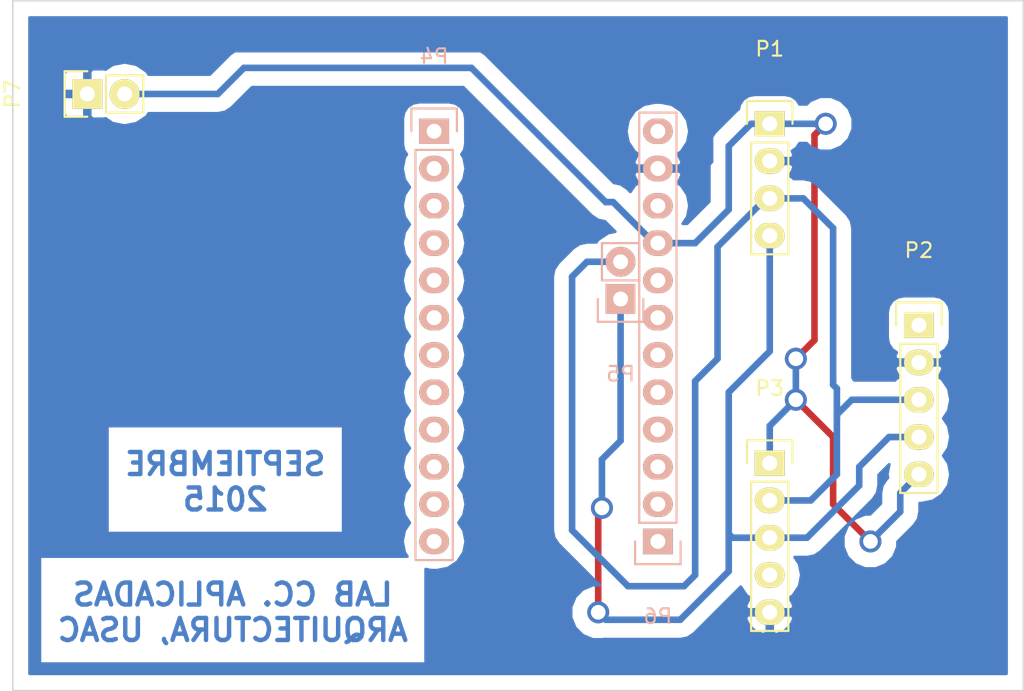
<source format=kicad_pcb>
(kicad_pcb (version 4) (host pcbnew "(after 2015-mar-04 BZR unknown)-product")

  (general
    (links 14)
    (no_connects 0)
    (area 20.523999 15.443999 89.458001 62.534001)
    (thickness 1.6)
    (drawings 6)
    (tracks 101)
    (zones 0)
    (modules 7)
    (nets 5)
  )

  (page A4)
  (layers
    (0 F.Cu mixed)
    (31 B.Cu mixed)
    (32 B.Adhes user)
    (33 F.Adhes user)
    (34 B.Paste user)
    (35 F.Paste user)
    (36 B.SilkS user)
    (37 F.SilkS user)
    (38 B.Mask user)
    (39 F.Mask user)
    (40 Dwgs.User user)
    (41 Cmts.User user)
    (42 Eco1.User user)
    (43 Eco2.User user)
    (44 Edge.Cuts user)
    (45 Margin user)
    (46 B.CrtYd user)
    (47 F.CrtYd user)
    (48 B.Fab user)
    (49 F.Fab user)
  )

  (setup
    (last_trace_width 0.45)
    (user_trace_width 0.45)
    (user_trace_width 0.7)
    (user_trace_width 0.8)
    (trace_clearance 0.2)
    (zone_clearance 1)
    (zone_45_only no)
    (trace_min 0.2)
    (segment_width 0.2)
    (edge_width 0.1)
    (via_size 0.6)
    (via_drill 0.4)
    (via_min_size 0.4)
    (via_min_drill 0.3)
    (user_via 0.8 0.4)
    (user_via 1.5 1)
    (user_via 2.5 0.9)
    (uvia_size 0.3)
    (uvia_drill 0.1)
    (uvias_allowed no)
    (uvia_min_size 0.2)
    (uvia_min_drill 0.1)
    (pcb_text_width 0.3)
    (pcb_text_size 1.5 1.5)
    (mod_edge_width 0.15)
    (mod_text_size 1 1)
    (mod_text_width 0.15)
    (pad_size 1.5 1.5)
    (pad_drill 0.6)
    (pad_to_mask_clearance 0)
    (aux_axis_origin 0 0)
    (visible_elements 7FFFFFFF)
    (pcbplotparams
      (layerselection 0x00030_80000001)
      (usegerberextensions false)
      (excludeedgelayer true)
      (linewidth 0.100000)
      (plotframeref false)
      (viasonmask false)
      (mode 1)
      (useauxorigin false)
      (hpglpennumber 1)
      (hpglpenspeed 20)
      (hpglpendiameter 15)
      (hpglpenoverlay 2)
      (psnegative false)
      (psa4output false)
      (plotreference true)
      (plotvalue true)
      (plotinvisibletext false)
      (padsonsilk false)
      (subtractmaskfromsilk false)
      (outputformat 1)
      (mirror false)
      (drillshape 1)
      (scaleselection 1)
      (outputdirectory ""))
  )

  (net 0 "")
  (net 1 VCC)
  (net 2 GND)
  (net 3 /SCL)
  (net 4 /SDA)

  (net_class Default "This is the default net class."
    (clearance 0.2)
    (trace_width 0.25)
    (via_dia 0.6)
    (via_drill 0.4)
    (uvia_dia 0.3)
    (uvia_drill 0.1)
  )

  (net_class Ivan ""
    (clearance 0.254)
    (trace_width 0.3)
    (via_dia 0.9)
    (via_drill 0.4)
    (uvia_dia 0.3)
    (uvia_drill 0.1)
    (add_net /SCL)
    (add_net /SDA)
    (add_net GND)
    (add_net VCC)
  )

  (module Pin_Headers:Pin_Header_Straight_1x04 (layer F.Cu) (tedit 0) (tstamp 55E77B7E)
    (at 72.136 23.876)
    (descr "Through hole pin header")
    (tags "pin header")
    (path /55DCE6D6)
    (fp_text reference P1 (at 0 -5.1) (layer F.SilkS)
      (effects (font (size 1 1) (thickness 0.15)))
    )
    (fp_text value "OLED DISPLAY" (at 0 -3.1) (layer F.Fab)
      (effects (font (size 1 1) (thickness 0.15)))
    )
    (fp_line (start -1.75 -1.75) (end -1.75 9.4) (layer F.CrtYd) (width 0.05))
    (fp_line (start 1.75 -1.75) (end 1.75 9.4) (layer F.CrtYd) (width 0.05))
    (fp_line (start -1.75 -1.75) (end 1.75 -1.75) (layer F.CrtYd) (width 0.05))
    (fp_line (start -1.75 9.4) (end 1.75 9.4) (layer F.CrtYd) (width 0.05))
    (fp_line (start -1.27 1.27) (end -1.27 8.89) (layer F.SilkS) (width 0.15))
    (fp_line (start 1.27 1.27) (end 1.27 8.89) (layer F.SilkS) (width 0.15))
    (fp_line (start 1.55 -1.55) (end 1.55 0) (layer F.SilkS) (width 0.15))
    (fp_line (start -1.27 8.89) (end 1.27 8.89) (layer F.SilkS) (width 0.15))
    (fp_line (start 1.27 1.27) (end -1.27 1.27) (layer F.SilkS) (width 0.15))
    (fp_line (start -1.55 0) (end -1.55 -1.55) (layer F.SilkS) (width 0.15))
    (fp_line (start -1.55 -1.55) (end 1.55 -1.55) (layer F.SilkS) (width 0.15))
    (pad 1 thru_hole rect (at 0 0) (size 2.032 1.7272) (drill 1.016) (layers *.Cu *.Mask F.SilkS)
      (net 1 VCC))
    (pad 2 thru_hole oval (at 0 2.54) (size 2.032 1.7272) (drill 1.016) (layers *.Cu *.Mask F.SilkS)
      (net 2 GND))
    (pad 3 thru_hole oval (at 0 5.08) (size 2.032 1.7272) (drill 1.016) (layers *.Cu *.Mask F.SilkS)
      (net 3 /SCL))
    (pad 4 thru_hole oval (at 0 7.62) (size 2.032 1.7272) (drill 1.016) (layers *.Cu *.Mask F.SilkS)
      (net 4 /SDA))
    (model Pin_Headers.3dshapes/Pin_Header_Straight_1x04.wrl
      (at (xyz 0 -0.15 0))
      (scale (xyz 1 1 1))
      (rotate (xyz 0 0 90))
    )
  )

  (module Pin_Headers:Pin_Header_Straight_1x05 (layer F.Cu) (tedit 54EA0684) (tstamp 55E77B87)
    (at 82.296 37.592)
    (descr "Through hole pin header")
    (tags "pin header")
    (path /55DCE7A5)
    (fp_text reference P2 (at 0 -5.1) (layer F.SilkS)
      (effects (font (size 1 1) (thickness 0.15)))
    )
    (fp_text value "BMP 180" (at 0 -3.1) (layer F.Fab)
      (effects (font (size 1 1) (thickness 0.15)))
    )
    (fp_line (start -1.55 0) (end -1.55 -1.55) (layer F.SilkS) (width 0.15))
    (fp_line (start -1.55 -1.55) (end 1.55 -1.55) (layer F.SilkS) (width 0.15))
    (fp_line (start 1.55 -1.55) (end 1.55 0) (layer F.SilkS) (width 0.15))
    (fp_line (start -1.75 -1.75) (end -1.75 11.95) (layer F.CrtYd) (width 0.05))
    (fp_line (start 1.75 -1.75) (end 1.75 11.95) (layer F.CrtYd) (width 0.05))
    (fp_line (start -1.75 -1.75) (end 1.75 -1.75) (layer F.CrtYd) (width 0.05))
    (fp_line (start -1.75 11.95) (end 1.75 11.95) (layer F.CrtYd) (width 0.05))
    (fp_line (start 1.27 1.27) (end 1.27 11.43) (layer F.SilkS) (width 0.15))
    (fp_line (start 1.27 11.43) (end -1.27 11.43) (layer F.SilkS) (width 0.15))
    (fp_line (start -1.27 11.43) (end -1.27 1.27) (layer F.SilkS) (width 0.15))
    (fp_line (start 1.27 1.27) (end -1.27 1.27) (layer F.SilkS) (width 0.15))
    (pad 1 thru_hole rect (at 0 0) (size 2.032 1.7272) (drill 1.016) (layers *.Cu *.Mask F.SilkS))
    (pad 2 thru_hole oval (at 0 2.54) (size 2.032 1.7272) (drill 1.016) (layers *.Cu *.Mask F.SilkS)
      (net 2 GND))
    (pad 3 thru_hole oval (at 0 5.08) (size 2.032 1.7272) (drill 1.016) (layers *.Cu *.Mask F.SilkS)
      (net 3 /SCL))
    (pad 4 thru_hole oval (at 0 7.62) (size 2.032 1.7272) (drill 1.016) (layers *.Cu *.Mask F.SilkS)
      (net 4 /SDA))
    (pad 5 thru_hole oval (at 0 10.16) (size 2.032 1.7272) (drill 1.016) (layers *.Cu *.Mask F.SilkS)
      (net 1 VCC))
    (model Pin_Headers.3dshapes/Pin_Header_Straight_1x05.wrl
      (at (xyz 0 -0.2 0))
      (scale (xyz 1 1 1))
      (rotate (xyz 0 0 90))
    )
  )

  (module Pin_Headers:Pin_Header_Straight_1x05 (layer F.Cu) (tedit 54EA0684) (tstamp 55E77B90)
    (at 72.136 46.99)
    (descr "Through hole pin header")
    (tags "pin header")
    (path /55DCEACD)
    (fp_text reference P3 (at 0 -5.1) (layer F.SilkS)
      (effects (font (size 1 1) (thickness 0.15)))
    )
    (fp_text value BH1750 (at 0 -3.1) (layer F.Fab)
      (effects (font (size 1 1) (thickness 0.15)))
    )
    (fp_line (start -1.55 0) (end -1.55 -1.55) (layer F.SilkS) (width 0.15))
    (fp_line (start -1.55 -1.55) (end 1.55 -1.55) (layer F.SilkS) (width 0.15))
    (fp_line (start 1.55 -1.55) (end 1.55 0) (layer F.SilkS) (width 0.15))
    (fp_line (start -1.75 -1.75) (end -1.75 11.95) (layer F.CrtYd) (width 0.05))
    (fp_line (start 1.75 -1.75) (end 1.75 11.95) (layer F.CrtYd) (width 0.05))
    (fp_line (start -1.75 -1.75) (end 1.75 -1.75) (layer F.CrtYd) (width 0.05))
    (fp_line (start -1.75 11.95) (end 1.75 11.95) (layer F.CrtYd) (width 0.05))
    (fp_line (start 1.27 1.27) (end 1.27 11.43) (layer F.SilkS) (width 0.15))
    (fp_line (start 1.27 11.43) (end -1.27 11.43) (layer F.SilkS) (width 0.15))
    (fp_line (start -1.27 11.43) (end -1.27 1.27) (layer F.SilkS) (width 0.15))
    (fp_line (start 1.27 1.27) (end -1.27 1.27) (layer F.SilkS) (width 0.15))
    (pad 1 thru_hole rect (at 0 0) (size 2.032 1.7272) (drill 1.016) (layers *.Cu *.Mask F.SilkS)
      (net 1 VCC))
    (pad 2 thru_hole oval (at 0 2.54) (size 2.032 1.7272) (drill 1.016) (layers *.Cu *.Mask F.SilkS)
      (net 3 /SCL))
    (pad 3 thru_hole oval (at 0 5.08) (size 2.032 1.7272) (drill 1.016) (layers *.Cu *.Mask F.SilkS)
      (net 4 /SDA))
    (pad 4 thru_hole oval (at 0 7.62) (size 2.032 1.7272) (drill 1.016) (layers *.Cu *.Mask F.SilkS))
    (pad 5 thru_hole oval (at 0 10.16) (size 2.032 1.7272) (drill 1.016) (layers *.Cu *.Mask F.SilkS)
      (net 2 GND))
    (model Pin_Headers.3dshapes/Pin_Header_Straight_1x05.wrl
      (at (xyz 0 -0.2 0))
      (scale (xyz 1 1 1))
      (rotate (xyz 0 0 90))
    )
  )

  (module Pin_Headers:Pin_Header_Straight_1x12 (layer B.Cu) (tedit 0) (tstamp 55E77BA0)
    (at 49.276 24.384 180)
    (descr "Through hole pin header")
    (tags "pin header")
    (path /55DCECBB)
    (fp_text reference P4 (at 0 5.1 180) (layer B.SilkS)
      (effects (font (size 1 1) (thickness 0.15)) (justify mirror))
    )
    (fp_text value ARDUINO_LEFT (at 0 3.1 180) (layer B.Fab)
      (effects (font (size 1 1) (thickness 0.15)) (justify mirror))
    )
    (fp_line (start -1.75 1.75) (end -1.75 -29.7) (layer B.CrtYd) (width 0.05))
    (fp_line (start 1.75 1.75) (end 1.75 -29.7) (layer B.CrtYd) (width 0.05))
    (fp_line (start -1.75 1.75) (end 1.75 1.75) (layer B.CrtYd) (width 0.05))
    (fp_line (start -1.75 -29.7) (end 1.75 -29.7) (layer B.CrtYd) (width 0.05))
    (fp_line (start 1.27 -1.27) (end 1.27 -29.21) (layer B.SilkS) (width 0.15))
    (fp_line (start 1.27 -29.21) (end -1.27 -29.21) (layer B.SilkS) (width 0.15))
    (fp_line (start -1.27 -29.21) (end -1.27 -1.27) (layer B.SilkS) (width 0.15))
    (fp_line (start 1.55 1.55) (end 1.55 0) (layer B.SilkS) (width 0.15))
    (fp_line (start 1.27 -1.27) (end -1.27 -1.27) (layer B.SilkS) (width 0.15))
    (fp_line (start -1.55 0) (end -1.55 1.55) (layer B.SilkS) (width 0.15))
    (fp_line (start -1.55 1.55) (end 1.55 1.55) (layer B.SilkS) (width 0.15))
    (pad 1 thru_hole rect (at 0 0 180) (size 2.032 1.7272) (drill 1.016) (layers *.Cu *.Mask B.SilkS))
    (pad 2 thru_hole oval (at 0 -2.54 180) (size 2.032 1.7272) (drill 1.016) (layers *.Cu *.Mask B.SilkS))
    (pad 3 thru_hole oval (at 0 -5.08 180) (size 2.032 1.7272) (drill 1.016) (layers *.Cu *.Mask B.SilkS))
    (pad 4 thru_hole oval (at 0 -7.62 180) (size 2.032 1.7272) (drill 1.016) (layers *.Cu *.Mask B.SilkS))
    (pad 5 thru_hole oval (at 0 -10.16 180) (size 2.032 1.7272) (drill 1.016) (layers *.Cu *.Mask B.SilkS))
    (pad 6 thru_hole oval (at 0 -12.7 180) (size 2.032 1.7272) (drill 1.016) (layers *.Cu *.Mask B.SilkS))
    (pad 7 thru_hole oval (at 0 -15.24 180) (size 2.032 1.7272) (drill 1.016) (layers *.Cu *.Mask B.SilkS))
    (pad 8 thru_hole oval (at 0 -17.78 180) (size 2.032 1.7272) (drill 1.016) (layers *.Cu *.Mask B.SilkS))
    (pad 9 thru_hole oval (at 0 -20.32 180) (size 2.032 1.7272) (drill 1.016) (layers *.Cu *.Mask B.SilkS))
    (pad 10 thru_hole oval (at 0 -22.86 180) (size 2.032 1.7272) (drill 1.016) (layers *.Cu *.Mask B.SilkS))
    (pad 11 thru_hole oval (at 0 -25.4 180) (size 2.032 1.7272) (drill 1.016) (layers *.Cu *.Mask B.SilkS))
    (pad 12 thru_hole oval (at 0 -27.94 180) (size 2.032 1.7272) (drill 1.016) (layers *.Cu *.Mask B.SilkS))
    (model Pin_Headers.3dshapes/Pin_Header_Straight_1x12.wrl
      (at (xyz 0 -0.55 0))
      (scale (xyz 1 1 1))
      (rotate (xyz 0 0 90))
    )
  )

  (module Pin_Headers:Pin_Header_Straight_1x02 (layer B.Cu) (tedit 54EA090C) (tstamp 55E77BA6)
    (at 61.976 35.814)
    (descr "Through hole pin header")
    (tags "pin header")
    (path /55E4D5CA)
    (fp_text reference P5 (at 0 5.1) (layer B.SilkS)
      (effects (font (size 1 1) (thickness 0.15)) (justify mirror))
    )
    (fp_text value ARDUINO_I2C (at 0 3.1) (layer B.Fab)
      (effects (font (size 1 1) (thickness 0.15)) (justify mirror))
    )
    (fp_line (start 1.27 -1.27) (end 1.27 -3.81) (layer B.SilkS) (width 0.15))
    (fp_line (start 1.55 1.55) (end 1.55 0) (layer B.SilkS) (width 0.15))
    (fp_line (start -1.75 1.75) (end -1.75 -4.3) (layer B.CrtYd) (width 0.05))
    (fp_line (start 1.75 1.75) (end 1.75 -4.3) (layer B.CrtYd) (width 0.05))
    (fp_line (start -1.75 1.75) (end 1.75 1.75) (layer B.CrtYd) (width 0.05))
    (fp_line (start -1.75 -4.3) (end 1.75 -4.3) (layer B.CrtYd) (width 0.05))
    (fp_line (start 1.27 -1.27) (end -1.27 -1.27) (layer B.SilkS) (width 0.15))
    (fp_line (start -1.55 0) (end -1.55 1.55) (layer B.SilkS) (width 0.15))
    (fp_line (start -1.55 1.55) (end 1.55 1.55) (layer B.SilkS) (width 0.15))
    (fp_line (start -1.27 -1.27) (end -1.27 -3.81) (layer B.SilkS) (width 0.15))
    (fp_line (start -1.27 -3.81) (end 1.27 -3.81) (layer B.SilkS) (width 0.15))
    (pad 1 thru_hole rect (at 0 0) (size 2.032 2.032) (drill 1.016) (layers *.Cu *.Mask B.SilkS)
      (net 4 /SDA))
    (pad 2 thru_hole oval (at 0 -2.54) (size 2.032 2.032) (drill 1.016) (layers *.Cu *.Mask B.SilkS)
      (net 3 /SCL))
    (model Pin_Headers.3dshapes/Pin_Header_Straight_1x02.wrl
      (at (xyz 0 -0.05 0))
      (scale (xyz 1 1 1))
      (rotate (xyz 0 0 90))
    )
  )

  (module Pin_Headers:Pin_Header_Straight_1x12 (layer B.Cu) (tedit 0) (tstamp 55F0AAE8)
    (at 64.516 52.324)
    (descr "Through hole pin header")
    (tags "pin header")
    (path /55DCED3A)
    (fp_text reference P6 (at 0 5.1) (layer B.SilkS)
      (effects (font (size 1 1) (thickness 0.15)) (justify mirror))
    )
    (fp_text value ARDUINO_RIGHT (at 0 3.1) (layer B.Fab)
      (effects (font (size 1 1) (thickness 0.15)) (justify mirror))
    )
    (fp_line (start -1.75 1.75) (end -1.75 -29.7) (layer B.CrtYd) (width 0.05))
    (fp_line (start 1.75 1.75) (end 1.75 -29.7) (layer B.CrtYd) (width 0.05))
    (fp_line (start -1.75 1.75) (end 1.75 1.75) (layer B.CrtYd) (width 0.05))
    (fp_line (start -1.75 -29.7) (end 1.75 -29.7) (layer B.CrtYd) (width 0.05))
    (fp_line (start 1.27 -1.27) (end 1.27 -29.21) (layer B.SilkS) (width 0.15))
    (fp_line (start 1.27 -29.21) (end -1.27 -29.21) (layer B.SilkS) (width 0.15))
    (fp_line (start -1.27 -29.21) (end -1.27 -1.27) (layer B.SilkS) (width 0.15))
    (fp_line (start 1.55 1.55) (end 1.55 0) (layer B.SilkS) (width 0.15))
    (fp_line (start 1.27 -1.27) (end -1.27 -1.27) (layer B.SilkS) (width 0.15))
    (fp_line (start -1.55 0) (end -1.55 1.55) (layer B.SilkS) (width 0.15))
    (fp_line (start -1.55 1.55) (end 1.55 1.55) (layer B.SilkS) (width 0.15))
    (pad 1 thru_hole rect (at 0 0) (size 2.032 1.7272) (drill 1.016) (layers *.Cu *.Mask B.SilkS))
    (pad 2 thru_hole oval (at 0 -2.54) (size 2.032 1.7272) (drill 1.016) (layers *.Cu *.Mask B.SilkS))
    (pad 3 thru_hole oval (at 0 -5.08) (size 2.032 1.7272) (drill 1.016) (layers *.Cu *.Mask B.SilkS))
    (pad 4 thru_hole oval (at 0 -7.62) (size 2.032 1.7272) (drill 1.016) (layers *.Cu *.Mask B.SilkS))
    (pad 5 thru_hole oval (at 0 -10.16) (size 2.032 1.7272) (drill 1.016) (layers *.Cu *.Mask B.SilkS))
    (pad 6 thru_hole oval (at 0 -12.7) (size 2.032 1.7272) (drill 1.016) (layers *.Cu *.Mask B.SilkS))
    (pad 7 thru_hole oval (at 0 -15.24) (size 2.032 1.7272) (drill 1.016) (layers *.Cu *.Mask B.SilkS))
    (pad 8 thru_hole oval (at 0 -17.78) (size 2.032 1.7272) (drill 1.016) (layers *.Cu *.Mask B.SilkS))
    (pad 9 thru_hole oval (at 0 -20.32) (size 2.032 1.7272) (drill 1.016) (layers *.Cu *.Mask B.SilkS)
      (net 1 VCC))
    (pad 10 thru_hole oval (at 0 -22.86) (size 2.032 1.7272) (drill 1.016) (layers *.Cu *.Mask B.SilkS))
    (pad 11 thru_hole oval (at 0 -25.4) (size 2.032 1.7272) (drill 1.016) (layers *.Cu *.Mask B.SilkS)
      (net 2 GND))
    (pad 12 thru_hole oval (at 0 -27.94) (size 2.032 1.7272) (drill 1.016) (layers *.Cu *.Mask B.SilkS))
    (model Pin_Headers.3dshapes/Pin_Header_Straight_1x12.wrl
      (at (xyz 0 -0.55 0))
      (scale (xyz 1 1 1))
      (rotate (xyz 0 0 90))
    )
  )

  (module Pin_Headers:Pin_Header_Straight_1x02 (layer F.Cu) (tedit 54EA090C) (tstamp 55F0ADD7)
    (at 25.654 21.844 90)
    (descr "Through hole pin header")
    (tags "pin header")
    (path /55F0AEF3)
    (fp_text reference P7 (at 0 -5.1 90) (layer F.SilkS)
      (effects (font (size 1 1) (thickness 0.15)))
    )
    (fp_text value POWER (at 0 -3.1 90) (layer F.Fab)
      (effects (font (size 1 1) (thickness 0.15)))
    )
    (fp_line (start 1.27 1.27) (end 1.27 3.81) (layer F.SilkS) (width 0.15))
    (fp_line (start 1.55 -1.55) (end 1.55 0) (layer F.SilkS) (width 0.15))
    (fp_line (start -1.75 -1.75) (end -1.75 4.3) (layer F.CrtYd) (width 0.05))
    (fp_line (start 1.75 -1.75) (end 1.75 4.3) (layer F.CrtYd) (width 0.05))
    (fp_line (start -1.75 -1.75) (end 1.75 -1.75) (layer F.CrtYd) (width 0.05))
    (fp_line (start -1.75 4.3) (end 1.75 4.3) (layer F.CrtYd) (width 0.05))
    (fp_line (start 1.27 1.27) (end -1.27 1.27) (layer F.SilkS) (width 0.15))
    (fp_line (start -1.55 0) (end -1.55 -1.55) (layer F.SilkS) (width 0.15))
    (fp_line (start -1.55 -1.55) (end 1.55 -1.55) (layer F.SilkS) (width 0.15))
    (fp_line (start -1.27 1.27) (end -1.27 3.81) (layer F.SilkS) (width 0.15))
    (fp_line (start -1.27 3.81) (end 1.27 3.81) (layer F.SilkS) (width 0.15))
    (pad 1 thru_hole rect (at 0 0 90) (size 2.032 2.032) (drill 1.016) (layers *.Cu *.Mask F.SilkS)
      (net 2 GND))
    (pad 2 thru_hole oval (at 0 2.54 90) (size 2.032 2.032) (drill 1.016) (layers *.Cu *.Mask F.SilkS)
      (net 1 VCC))
    (model Pin_Headers.3dshapes/Pin_Header_Straight_1x02.wrl
      (at (xyz 0 -0.05 0))
      (scale (xyz 1 1 1))
      (rotate (xyz 0 0 90))
    )
  )

  (gr_text "SEPTIEMBRE\n2015" (at 35.052 48.26) (layer B.Cu)
    (effects (font (size 1.5 1.5) (thickness 0.3)) (justify mirror))
  )
  (gr_text "LAB CC. APLICADAS\nARQUITECTURA, USAC" (at 35.56 57.15) (layer B.Cu)
    (effects (font (size 1.5 1.5) (thickness 0.3)) (justify mirror))
  )
  (gr_line (start 89.408 62.484) (end 20.574 62.484) (angle 90) (layer Edge.Cuts) (width 0.1))
  (gr_line (start 89.408 15.494) (end 89.408 62.484) (angle 90) (layer Edge.Cuts) (width 0.1))
  (gr_line (start 20.574 15.494) (end 89.408 15.494) (angle 90) (layer Edge.Cuts) (width 0.1))
  (gr_line (start 20.574 62.484) (end 20.574 15.494) (angle 90) (layer Edge.Cuts) (width 0.1))

  (segment (start 72.136 23.876) (end 75.946 23.876) (width 0.45) (layer B.Cu) (net 1))
  (segment (start 73.914 39.878) (end 73.914 42.672) (width 0.45) (layer B.Cu) (net 1) (tstamp 55FB3BDB))
  (via (at 73.914 39.878) (size 1.5) (drill 1) (layers F.Cu B.Cu) (net 1))
  (segment (start 75.184 38.608) (end 73.914 39.878) (width 0.45) (layer F.Cu) (net 1) (tstamp 55FB3BD8))
  (segment (start 75.184 24.638) (end 75.184 38.608) (width 0.45) (layer F.Cu) (net 1) (tstamp 55FB3BD6))
  (segment (start 75.946 23.876) (end 75.184 24.638) (width 0.45) (layer F.Cu) (net 1) (tstamp 55FB3BD5))
  (via (at 75.946 23.876) (size 1.5) (drill 1) (layers F.Cu B.Cu) (net 1))
  (segment (start 28.194 21.844) (end 34.544 21.844) (width 0.45) (layer B.Cu) (net 1))
  (segment (start 51.816 20.066) (end 56.388 24.638) (width 0.45) (layer B.Cu) (net 1) (tstamp 55FB3B86))
  (segment (start 36.322 20.066) (end 51.816 20.066) (width 0.45) (layer B.Cu) (net 1) (tstamp 55FB3B85))
  (segment (start 34.544 21.844) (end 36.322 20.066) (width 0.45) (layer B.Cu) (net 1) (tstamp 55FB3B83))
  (segment (start 72.136 23.876) (end 70.866 23.876) (width 0.45) (layer B.Cu) (net 1))
  (segment (start 70.866 23.876) (end 69.342 25.4) (width 0.45) (layer B.Cu) (net 1) (tstamp 55FB3B3D))
  (segment (start 69.342 25.4) (end 69.342 29.718) (width 0.45) (layer B.Cu) (net 1) (tstamp 55FB3B3E))
  (segment (start 69.342 29.718) (end 67.056 32.004) (width 0.45) (layer B.Cu) (net 1) (tstamp 55FB3B3F))
  (segment (start 67.056 32.004) (end 64.516 32.004) (width 0.45) (layer B.Cu) (net 1) (tstamp 55FB3B41))
  (segment (start 61.468 29.21) (end 60.96 29.21) (width 0.45) (layer B.Cu) (net 1) (tstamp 55F9C0F3))
  (segment (start 60.96 29.21) (end 56.388 24.638) (width 0.45) (layer B.Cu) (net 1) (tstamp 55F9C0F4))
  (segment (start 56.388 24.638) (end 56.388 24.638) (width 0.45) (layer B.Cu) (net 1) (tstamp 55F9C0F5))
  (segment (start 64.262 32.004) (end 61.468 29.21) (width 0.45) (layer B.Cu) (net 1) (tstamp 55F9C0F2))
  (segment (start 64.516 32.004) (end 64.262 32.004) (width 0.45) (layer B.Cu) (net 1))
  (segment (start 81.026 50.292) (end 81.026 49.022) (width 0.45) (layer B.Cu) (net 1) (tstamp 55F9C111))
  (segment (start 81.026 49.022) (end 82.296 47.752) (width 0.45) (layer B.Cu) (net 1) (tstamp 55F9C112))
  (via (at 73.914 42.672) (size 1.5) (drill 1) (layers F.Cu B.Cu) (net 1))
  (segment (start 73.914 42.672) (end 76.454 45.212) (width 0.45) (layer F.Cu) (net 1) (tstamp 55F9C10A))
  (segment (start 76.454 45.212) (end 76.454 49.784) (width 0.45) (layer F.Cu) (net 1) (tstamp 55F9C10B))
  (segment (start 76.454 49.784) (end 78.994 52.324) (width 0.45) (layer F.Cu) (net 1) (tstamp 55F9C10D))
  (via (at 78.994 52.324) (size 1.5) (drill 1) (layers F.Cu B.Cu) (net 1))
  (segment (start 78.994 52.324) (end 81.026 50.292) (width 0.45) (layer B.Cu) (net 1) (tstamp 55F9C110))
  (segment (start 72.136 44.45) (end 73.914 42.672) (width 0.45) (layer B.Cu) (net 1) (tstamp 55F9C108))
  (segment (start 72.136 46.99) (end 72.136 44.45) (width 0.45) (layer B.Cu) (net 1))
  (segment (start 25.654 21.844) (end 25.654 19.558) (width 0.45) (layer B.Cu) (net 2))
  (segment (start 26.416 18.796) (end 69.088 18.796) (width 0.45) (layer B.Cu) (net 2) (tstamp 55FB3B8C))
  (segment (start 25.654 19.558) (end 26.416 18.796) (width 0.45) (layer B.Cu) (net 2) (tstamp 55FB3B8B))
  (segment (start 72.136 26.416) (end 78.486 26.416) (width 0.45) (layer B.Cu) (net 2))
  (segment (start 78.486 26.416) (end 78.486 26.162) (width 0.45) (layer B.Cu) (net 2) (tstamp 55FB3B45))
  (segment (start 68.072 26.416) (end 67.818 26.67) (width 0.45) (layer B.Cu) (net 2) (tstamp 55FB3B37))
  (segment (start 78.486 22.606) (end 78.486 19.558) (width 0.45) (layer B.Cu) (net 2))
  (segment (start 68.072 19.812) (end 68.072 23.622) (width 0.45) (layer B.Cu) (net 2) (tstamp 55FB3B32))
  (segment (start 69.088 18.796) (end 68.072 19.812) (width 0.45) (layer B.Cu) (net 2) (tstamp 55FB3B31))
  (segment (start 77.724 18.796) (end 69.088 18.796) (width 0.45) (layer B.Cu) (net 2) (tstamp 55FB3B30))
  (segment (start 78.486 19.558) (end 77.724 18.796) (width 0.45) (layer B.Cu) (net 2) (tstamp 55FB3B2F))
  (segment (start 78.486 27.94) (end 78.486 26.162) (width 0.45) (layer B.Cu) (net 2))
  (segment (start 78.486 26.162) (end 78.486 22.606) (width 0.45) (layer B.Cu) (net 2) (tstamp 55FB3B48))
  (segment (start 68.072 26.416) (end 67.818 26.67) (width 0.45) (layer B.Cu) (net 2) (tstamp 55FB3A9A))
  (segment (start 67.818 26.67) (end 67.564 26.924) (width 0.45) (layer B.Cu) (net 2) (tstamp 55FB3B3A))
  (segment (start 68.072 23.622) (end 68.072 26.416) (width 0.45) (layer B.Cu) (net 2) (tstamp 55FB3B35))
  (segment (start 78.486 39.116) (end 79.502 40.132) (width 0.45) (layer B.Cu) (net 2) (tstamp 55F9BE7F))
  (segment (start 79.502 40.132) (end 82.296 40.132) (width 0.45) (layer B.Cu) (net 2) (tstamp 55F9BE80))
  (segment (start 78.994 57.15) (end 85.344 50.8) (width 0.45) (layer B.Cu) (net 2) (tstamp 55F9BEA8))
  (segment (start 85.344 50.8) (end 85.344 41.148) (width 0.45) (layer B.Cu) (net 2) (tstamp 55F9BEAA))
  (segment (start 85.344 41.148) (end 84.328 40.132) (width 0.45) (layer B.Cu) (net 2) (tstamp 55F9BEAD))
  (segment (start 84.328 40.132) (end 82.296 40.132) (width 0.45) (layer B.Cu) (net 2) (tstamp 55F9BEAE))
  (segment (start 72.136 57.15) (end 78.994 57.15) (width 0.45) (layer B.Cu) (net 2))
  (segment (start 64.516 26.924) (end 67.564 26.924) (width 0.45) (layer B.Cu) (net 2))
  (segment (start 78.486 36.576) (end 78.486 39.116) (width 0.45) (layer B.Cu) (net 2) (tstamp 55F9BE7D))
  (segment (start 78.486 27.94) (end 78.486 36.576) (width 0.45) (layer B.Cu) (net 2) (tstamp 55FB3A94))
  (segment (start 72.136 28.956) (end 71.882 28.956) (width 0.45) (layer B.Cu) (net 3))
  (segment (start 71.882 28.956) (end 68.58 32.258) (width 0.45) (layer B.Cu) (net 3) (tstamp 55FB3EF9))
  (segment (start 59.69 33.274) (end 61.976 33.274) (width 0.45) (layer B.Cu) (net 3) (tstamp 55FB3F0C))
  (segment (start 58.674 34.29) (end 59.69 33.274) (width 0.45) (layer B.Cu) (net 3) (tstamp 55FB3F0B))
  (segment (start 58.674 51.562) (end 58.674 34.29) (width 0.45) (layer B.Cu) (net 3) (tstamp 55FB3F07))
  (segment (start 62.484 55.372) (end 58.674 51.562) (width 0.45) (layer B.Cu) (net 3) (tstamp 55FB3F06))
  (segment (start 66.294 55.372) (end 62.484 55.372) (width 0.45) (layer B.Cu) (net 3) (tstamp 55FB3F04))
  (segment (start 67.056 54.61) (end 66.294 55.372) (width 0.45) (layer B.Cu) (net 3) (tstamp 55FB3F03))
  (segment (start 67.056 41.402) (end 67.056 54.61) (width 0.45) (layer B.Cu) (net 3) (tstamp 55FB3F01))
  (segment (start 68.58 39.878) (end 67.056 41.402) (width 0.45) (layer B.Cu) (net 3) (tstamp 55FB3F00))
  (segment (start 68.58 32.258) (end 68.58 39.878) (width 0.45) (layer B.Cu) (net 3) (tstamp 55FB3EFE))
  (segment (start 72.136 28.956) (end 74.422 28.956) (width 0.45) (layer B.Cu) (net 3))
  (segment (start 76.708 41.91) (end 76.708 43.942) (width 0.45) (layer B.Cu) (net 3) (tstamp 55FB3BCE))
  (segment (start 76.454 41.656) (end 76.708 41.91) (width 0.45) (layer B.Cu) (net 3) (tstamp 55FB3BCD))
  (segment (start 76.454 30.988) (end 76.454 41.656) (width 0.45) (layer B.Cu) (net 3) (tstamp 55FB3BCC))
  (segment (start 74.422 28.956) (end 76.454 30.988) (width 0.45) (layer B.Cu) (net 3) (tstamp 55FB3BC9))
  (segment (start 72.136 28.956) (end 71.628 28.956) (width 0.45) (layer B.Cu) (net 3))
  (segment (start 74.93 49.53) (end 76.708 47.752) (width 0.45) (layer B.Cu) (net 3) (tstamp 55F9BE56))
  (segment (start 72.136 49.53) (end 74.93 49.53) (width 0.45) (layer B.Cu) (net 3))
  (segment (start 76.708 47.752) (end 76.708 43.942) (width 0.45) (layer B.Cu) (net 3) (tstamp 55F9BE5A))
  (segment (start 76.708 43.942) (end 76.708 43.688) (width 0.45) (layer B.Cu) (net 3) (tstamp 55F9BE7A))
  (segment (start 77.724 42.672) (end 82.296 42.672) (width 0.45) (layer B.Cu) (net 3) (tstamp 55F9BE5C))
  (segment (start 76.708 43.688) (end 77.724 42.672) (width 0.45) (layer B.Cu) (net 3) (tstamp 55F9BE5B))
  (segment (start 61.976 35.814) (end 61.976 45.466) (width 0.45) (layer B.Cu) (net 4))
  (segment (start 69.342 54.356) (end 69.342 51.816) (width 0.45) (layer B.Cu) (net 4) (tstamp 55FB3F1E))
  (segment (start 66.04 57.658) (end 69.342 54.356) (width 0.45) (layer B.Cu) (net 4) (tstamp 55FB3F1C))
  (segment (start 60.96 57.658) (end 66.04 57.658) (width 0.45) (layer B.Cu) (net 4) (tstamp 55FB3F1B))
  (segment (start 60.452 57.15) (end 60.96 57.658) (width 0.45) (layer B.Cu) (net 4) (tstamp 55FB3F1A))
  (via (at 60.452 57.15) (size 1.5) (drill 1) (layers F.Cu B.Cu) (net 4))
  (segment (start 60.452 50.292) (end 60.452 57.15) (width 0.45) (layer F.Cu) (net 4) (tstamp 55FB3F17))
  (segment (start 60.706 50.038) (end 60.452 50.292) (width 0.45) (layer F.Cu) (net 4) (tstamp 55FB3F16))
  (via (at 60.706 50.038) (size 1.5) (drill 1) (layers F.Cu B.Cu) (net 4))
  (segment (start 60.706 46.736) (end 60.706 50.038) (width 0.45) (layer B.Cu) (net 4) (tstamp 55FB3F10))
  (segment (start 61.976 45.466) (end 60.706 46.736) (width 0.45) (layer B.Cu) (net 4) (tstamp 55FB3F0F))
  (segment (start 72.136 31.496) (end 72.136 39.37) (width 0.45) (layer B.Cu) (net 4))
  (segment (start 69.596 52.07) (end 72.136 52.07) (width 0.45) (layer B.Cu) (net 4) (tstamp 55FB3EE7))
  (segment (start 69.342 51.816) (end 69.596 52.07) (width 0.45) (layer B.Cu) (net 4) (tstamp 55FB3EE6))
  (segment (start 69.342 42.164) (end 69.342 51.816) (width 0.45) (layer B.Cu) (net 4) (tstamp 55FB3EE4))
  (segment (start 72.136 39.37) (end 69.342 42.164) (width 0.45) (layer B.Cu) (net 4) (tstamp 55FB3EE2))
  (segment (start 74.676 52.07) (end 78.232 48.514) (width 0.45) (layer B.Cu) (net 4) (tstamp 55F9BE5F))
  (segment (start 78.232 48.514) (end 78.232 47.244) (width 0.45) (layer B.Cu) (net 4) (tstamp 55F9BE61))
  (segment (start 78.232 47.244) (end 80.264 45.212) (width 0.45) (layer B.Cu) (net 4) (tstamp 55F9BE63))
  (segment (start 80.264 45.212) (end 82.296 45.212) (width 0.45) (layer B.Cu) (net 4) (tstamp 55F9BE64))
  (segment (start 72.136 52.07) (end 74.676 52.07) (width 0.45) (layer B.Cu) (net 4))

  (zone (net 2) (net_name GND) (layer B.Cu) (tstamp 55FB3E89) (hatch edge 0.508)
    (connect_pads (clearance 1))
    (min_thickness 0.2)
    (fill yes (arc_segments 16) (thermal_gap 0.58) (thermal_bridge_width 0.58))
    (polygon
      (pts
        (xy 89.408 62.484) (xy 20.574 62.484) (xy 20.574 15.494) (xy 89.408 15.494)
      )
    )
    (filled_polygon
      (pts
        (xy 88.258 61.334) (xy 84.453455 61.334) (xy 84.453455 47.752) (xy 84.303985 47.000563) (xy 83.957492 46.481999)
        (xy 84.303985 45.963437) (xy 84.453455 45.212) (xy 84.303985 44.460563) (xy 83.957492 43.942) (xy 84.303985 43.423437)
        (xy 84.453455 42.672) (xy 84.43355 42.57193) (xy 84.43355 38.4556) (xy 84.43355 36.7284) (xy 84.352172 36.308974)
        (xy 84.110017 35.940337) (xy 83.744448 35.693574) (xy 83.312 35.60685) (xy 81.28 35.60685) (xy 80.860574 35.688228)
        (xy 80.491937 35.930383) (xy 80.245174 36.295952) (xy 80.15845 36.7284) (xy 80.15845 38.4556) (xy 80.239828 38.875026)
        (xy 80.481983 39.243663) (xy 80.783431 39.447144) (xy 80.66032 39.704703) (xy 80.783204 39.942) (xy 82.106 39.942)
        (xy 82.106 39.922) (xy 82.486 39.922) (xy 82.486 39.942) (xy 83.808796 39.942) (xy 83.93168 39.704703)
        (xy 83.807823 39.445586) (xy 84.100063 39.253617) (xy 84.346826 38.888048) (xy 84.43355 38.4556) (xy 84.43355 42.57193)
        (xy 84.303985 41.920563) (xy 83.87833 41.283525) (xy 83.61462 41.107319) (xy 83.717428 41.007527) (xy 83.93168 40.559297)
        (xy 83.808796 40.322) (xy 82.486 40.322) (xy 82.486 40.342) (xy 82.106 40.342) (xy 82.106 40.322)
        (xy 80.783204 40.322) (xy 80.66032 40.559297) (xy 80.874572 41.007527) (xy 80.977379 41.107319) (xy 80.71367 41.283525)
        (xy 80.671257 41.347) (xy 77.894759 41.347) (xy 77.788528 41.188014) (xy 77.779 41.173754) (xy 77.779 30.988)
        (xy 77.67814 30.480945) (xy 77.67814 30.480944) (xy 77.563094 30.308766) (xy 77.390917 30.051084) (xy 75.358916 28.019084)
        (xy 74.929056 27.73186) (xy 74.422 27.631) (xy 73.760742 27.631) (xy 73.71833 27.567525) (xy 73.45462 27.391319)
        (xy 73.557428 27.291527) (xy 73.77168 26.843297) (xy 73.648796 26.606) (xy 72.326 26.606) (xy 72.326 26.626)
        (xy 71.946 26.626) (xy 71.946 26.606) (xy 71.926 26.606) (xy 71.926 26.226) (xy 71.946 26.226)
        (xy 71.946 26.206) (xy 72.326 26.206) (xy 72.326 26.226) (xy 73.648796 26.226) (xy 73.77168 25.988703)
        (xy 73.647823 25.729586) (xy 73.940063 25.537617) (xy 74.167283 25.201) (xy 74.654674 25.201) (xy 74.896691 25.443439)
        (xy 75.576398 25.725679) (xy 76.312373 25.726321) (xy 76.992572 25.445268) (xy 77.513439 24.925309) (xy 77.795679 24.245602)
        (xy 77.796321 23.509627) (xy 77.515268 22.829428) (xy 76.995309 22.308561) (xy 76.315602 22.026321) (xy 75.579627 22.025679)
        (xy 74.899428 22.306732) (xy 74.654733 22.551) (xy 74.164599 22.551) (xy 73.950017 22.224337) (xy 73.584448 21.977574)
        (xy 73.152 21.89085) (xy 71.12 21.89085) (xy 70.700574 21.972228) (xy 70.331937 22.214383) (xy 70.085174 22.579952)
        (xy 70.026161 22.874218) (xy 69.929083 22.939084) (xy 68.405084 24.463084) (xy 68.11786 24.892944) (xy 68.017 25.4)
        (xy 68.017 29.169167) (xy 66.507167 30.679) (xy 66.214242 30.679) (xy 66.523985 30.215437) (xy 66.673455 29.464)
        (xy 66.673455 24.384) (xy 66.523985 23.632563) (xy 66.09833 22.995525) (xy 65.461292 22.56987) (xy 64.709855 22.4204)
        (xy 64.322145 22.4204) (xy 63.570708 22.56987) (xy 62.93367 22.995525) (xy 62.508015 23.632563) (xy 62.358545 24.384)
        (xy 62.508015 25.135437) (xy 62.93367 25.772475) (xy 63.197379 25.94868) (xy 63.094572 26.048473) (xy 62.88032 26.496703)
        (xy 63.003204 26.734) (xy 64.326 26.734) (xy 64.326 26.714) (xy 64.706 26.714) (xy 64.706 26.734)
        (xy 66.028796 26.734) (xy 66.15168 26.496703) (xy 65.937428 26.048473) (xy 65.83462 25.94868) (xy 66.09833 25.772475)
        (xy 66.523985 25.135437) (xy 66.673455 24.384) (xy 66.673455 29.464) (xy 66.523985 28.712563) (xy 66.09833 28.075525)
        (xy 65.83462 27.899319) (xy 65.937428 27.799527) (xy 66.15168 27.351297) (xy 66.028796 27.114) (xy 64.706 27.114)
        (xy 64.706 27.134) (xy 64.326 27.134) (xy 64.326 27.114) (xy 63.003204 27.114) (xy 62.88032 27.351297)
        (xy 63.094572 27.799527) (xy 63.197379 27.899319) (xy 62.93367 28.075525) (xy 62.642749 28.510917) (xy 62.404916 28.273084)
        (xy 61.975056 27.98586) (xy 61.518971 27.895138) (xy 57.324918 23.701086) (xy 57.324916 23.701084) (xy 57.324916 23.701083)
        (xy 52.752916 19.129084) (xy 52.323056 18.84186) (xy 51.816 18.741) (xy 36.322 18.741) (xy 35.814945 18.841859)
        (xy 35.385084 19.129083) (xy 33.995167 20.519) (xy 29.832354 20.519) (xy 29.690238 20.306307) (xy 29.003758 19.847616)
        (xy 28.194 19.686545) (xy 27.384242 19.847616) (xy 26.885156 20.181093) (xy 26.805261 20.148) (xy 26.53474 20.148)
        (xy 26.014 20.148) (xy 25.844 20.318) (xy 25.844 21.654) (xy 25.864 21.654) (xy 25.864 22.034)
        (xy 25.844 22.034) (xy 25.844 23.37) (xy 26.014 23.54) (xy 26.53474 23.54) (xy 26.805261 23.54)
        (xy 26.885156 23.506906) (xy 27.384242 23.840384) (xy 28.194 24.001455) (xy 29.003758 23.840384) (xy 29.690238 23.381693)
        (xy 29.832354 23.169) (xy 34.544 23.169) (xy 34.544 23.168999) (xy 35.051055 23.06814) (xy 35.051056 23.06814)
        (xy 35.480916 22.780916) (xy 36.870832 21.391) (xy 51.267167 21.391) (xy 55.451083 25.574916) (xy 55.451084 25.574916)
        (xy 55.451086 25.574918) (xy 60.023083 30.146916) (xy 60.023084 30.146916) (xy 60.238013 30.290528) (xy 60.452944 30.43414)
        (xy 60.452945 30.43414) (xy 60.909027 30.52486) (xy 60.909029 30.524861) (xy 61.607267 31.223099) (xy 61.124787 31.319071)
        (xy 60.438307 31.777762) (xy 60.323889 31.949) (xy 59.69 31.949) (xy 59.182944 32.04986) (xy 58.753084 32.337084)
        (xy 57.737084 33.353084) (xy 57.44986 33.782944) (xy 57.349 34.29) (xy 57.349 51.562) (xy 57.44986 52.069056)
        (xy 57.737084 52.498916) (xy 60.538241 55.300073) (xy 60.085627 55.299679) (xy 59.405428 55.580732) (xy 58.884561 56.100691)
        (xy 58.602321 56.780398) (xy 58.601679 57.516373) (xy 58.882732 58.196572) (xy 59.402691 58.717439) (xy 60.082398 58.999679)
        (xy 60.818373 59.000321) (xy 60.892694 58.969612) (xy 60.96 58.983) (xy 66.04 58.983) (xy 66.04 58.982999)
        (xy 66.547055 58.88214) (xy 66.547056 58.88214) (xy 66.976916 58.594916) (xy 70.161012 55.41082) (xy 70.55367 55.998475)
        (xy 70.817379 56.17468) (xy 70.714572 56.274473) (xy 70.50032 56.722703) (xy 70.623204 56.96) (xy 71.946 56.96)
        (xy 71.946 56.94) (xy 72.326 56.94) (xy 72.326 56.96) (xy 73.648796 56.96) (xy 73.77168 56.722703)
        (xy 73.557428 56.274473) (xy 73.45462 56.17468) (xy 73.71833 55.998475) (xy 74.143985 55.361437) (xy 74.293455 54.61)
        (xy 74.143985 53.858563) (xy 73.834242 53.395) (xy 74.676 53.395) (xy 74.676 53.394999) (xy 75.183055 53.29414)
        (xy 75.183056 53.29414) (xy 75.612916 53.006916) (xy 79.168916 49.450917) (xy 79.168916 49.450916) (xy 79.312528 49.235986)
        (xy 79.45614 49.021056) (xy 79.45614 49.021055) (xy 79.556999 48.514) (xy 79.557 48.514) (xy 79.557 47.792832)
        (xy 80.272805 47.077027) (xy 80.138545 47.752) (xy 80.185601 47.988566) (xy 80.089084 48.085084) (xy 79.80186 48.514944)
        (xy 79.701 49.022) (xy 79.701 49.743167) (xy 78.970189 50.473977) (xy 78.627627 50.473679) (xy 77.947428 50.754732)
        (xy 77.426561 51.274691) (xy 77.144321 51.954398) (xy 77.143679 52.690373) (xy 77.424732 53.370572) (xy 77.944691 53.891439)
        (xy 78.624398 54.173679) (xy 79.360373 54.174321) (xy 80.040572 53.893268) (xy 80.561439 53.373309) (xy 80.843679 52.693602)
        (xy 80.84398 52.347851) (xy 81.962916 51.228916) (xy 81.962917 51.228916) (xy 82.135094 50.971233) (xy 82.25014 50.799056)
        (xy 82.25014 50.799055) (xy 82.350999 50.292) (xy 82.351 50.292) (xy 82.351 49.7156) (xy 82.489855 49.7156)
        (xy 83.241292 49.56613) (xy 83.87833 49.140475) (xy 84.303985 48.503437) (xy 84.453455 47.752) (xy 84.453455 61.334)
        (xy 73.77168 61.334) (xy 73.77168 57.577297) (xy 73.648796 57.34) (xy 72.326 57.34) (xy 72.326 58.521287)
        (xy 72.566647 58.666429) (xy 73.125779 58.444517) (xy 73.557428 58.025527) (xy 73.77168 57.577297) (xy 73.77168 61.334)
        (xy 71.946 61.334) (xy 71.946 58.521287) (xy 71.946 57.34) (xy 70.623204 57.34) (xy 70.50032 57.577297)
        (xy 70.714572 58.025527) (xy 71.146221 58.444517) (xy 71.705353 58.666429) (xy 71.946 58.521287) (xy 71.946 61.334)
        (xy 51.433455 61.334) (xy 51.433455 52.324) (xy 51.283985 51.572563) (xy 50.937492 51.054) (xy 51.283985 50.535437)
        (xy 51.433455 49.784) (xy 51.283985 49.032563) (xy 50.937492 48.514) (xy 51.283985 47.995437) (xy 51.433455 47.244)
        (xy 51.283985 46.492563) (xy 50.937492 45.974) (xy 51.283985 45.455437) (xy 51.433455 44.704) (xy 51.283985 43.952563)
        (xy 50.937492 43.434) (xy 51.283985 42.915437) (xy 51.433455 42.164) (xy 51.283985 41.412563) (xy 50.937492 40.894)
        (xy 51.283985 40.375437) (xy 51.433455 39.624) (xy 51.283985 38.872563) (xy 50.937492 38.354) (xy 51.283985 37.835437)
        (xy 51.433455 37.084) (xy 51.283985 36.332563) (xy 50.937492 35.814) (xy 51.283985 35.295437) (xy 51.433455 34.544)
        (xy 51.283985 33.792563) (xy 50.937492 33.273999) (xy 51.283985 32.755437) (xy 51.433455 32.004) (xy 51.283985 31.252563)
        (xy 50.937492 30.734) (xy 51.283985 30.215437) (xy 51.433455 29.464) (xy 51.283985 28.712563) (xy 50.937492 28.194)
        (xy 51.283985 27.675437) (xy 51.433455 26.924) (xy 51.283985 26.172563) (xy 51.139915 25.956947) (xy 51.326826 25.680048)
        (xy 51.41355 25.2476) (xy 51.41355 23.5204) (xy 51.332172 23.100974) (xy 51.090017 22.732337) (xy 50.724448 22.485574)
        (xy 50.292 22.39885) (xy 48.26 22.39885) (xy 47.840574 22.480228) (xy 47.471937 22.722383) (xy 47.225174 23.087952)
        (xy 47.13845 23.5204) (xy 47.13845 25.2476) (xy 47.219828 25.667026) (xy 47.411172 25.958312) (xy 47.268015 26.172563)
        (xy 47.118545 26.924) (xy 47.268015 27.675437) (xy 47.614507 28.193999) (xy 47.268015 28.712563) (xy 47.118545 29.464)
        (xy 47.268015 30.215437) (xy 47.614507 30.733999) (xy 47.268015 31.252563) (xy 47.118545 32.004) (xy 47.268015 32.755437)
        (xy 47.614507 33.273999) (xy 47.268015 33.792563) (xy 47.118545 34.544) (xy 47.268015 35.295437) (xy 47.614507 35.814)
        (xy 47.268015 36.332563) (xy 47.118545 37.084) (xy 47.268015 37.835437) (xy 47.614507 38.354) (xy 47.268015 38.872563)
        (xy 47.118545 39.624) (xy 47.268015 40.375437) (xy 47.614507 40.894) (xy 47.268015 41.412563) (xy 47.118545 42.164)
        (xy 47.268015 42.915437) (xy 47.614507 43.434) (xy 47.268015 43.952563) (xy 47.118545 44.704) (xy 47.268015 45.455437)
        (xy 47.614507 45.974) (xy 47.268015 46.492563) (xy 47.118545 47.244) (xy 47.268015 47.995437) (xy 47.614507 48.514)
        (xy 47.268015 49.032563) (xy 47.118545 49.784) (xy 47.268015 50.535437) (xy 47.614507 51.054) (xy 47.268015 51.572563)
        (xy 47.118545 52.324) (xy 47.268015 53.075437) (xy 47.451472 53.35) (xy 43.087715 53.35) (xy 43.087715 51.76)
        (xy 43.087715 44.46) (xy 27.016286 44.46) (xy 27.016286 51.76) (xy 43.087715 51.76) (xy 43.087715 53.35)
        (xy 25.464 53.35) (xy 25.464 23.37) (xy 25.464 22.034) (xy 25.464 21.654) (xy 25.464 20.318)
        (xy 25.294 20.148) (xy 24.77326 20.148) (xy 24.502739 20.148) (xy 24.252811 20.251524) (xy 24.061524 20.442811)
        (xy 23.958 20.69274) (xy 23.958 21.484) (xy 24.128 21.654) (xy 25.464 21.654) (xy 25.464 22.034)
        (xy 24.128 22.034) (xy 23.958 22.204) (xy 23.958 22.99526) (xy 24.061524 23.245189) (xy 24.252811 23.436476)
        (xy 24.502739 23.54) (xy 24.77326 23.54) (xy 25.294 23.54) (xy 25.464 23.37) (xy 25.464 53.35)
        (xy 22.417143 53.35) (xy 22.417143 60.65) (xy 48.702858 60.65) (xy 48.702858 54.212155) (xy 49.082145 54.2876)
        (xy 49.469855 54.2876) (xy 50.221292 54.13813) (xy 50.85833 53.712475) (xy 51.283985 53.075437) (xy 51.433455 52.324)
        (xy 51.433455 61.334) (xy 21.724 61.334) (xy 21.724 16.644) (xy 88.258 16.644) (xy 88.258 61.334)
      )
    )
  )
)

</source>
